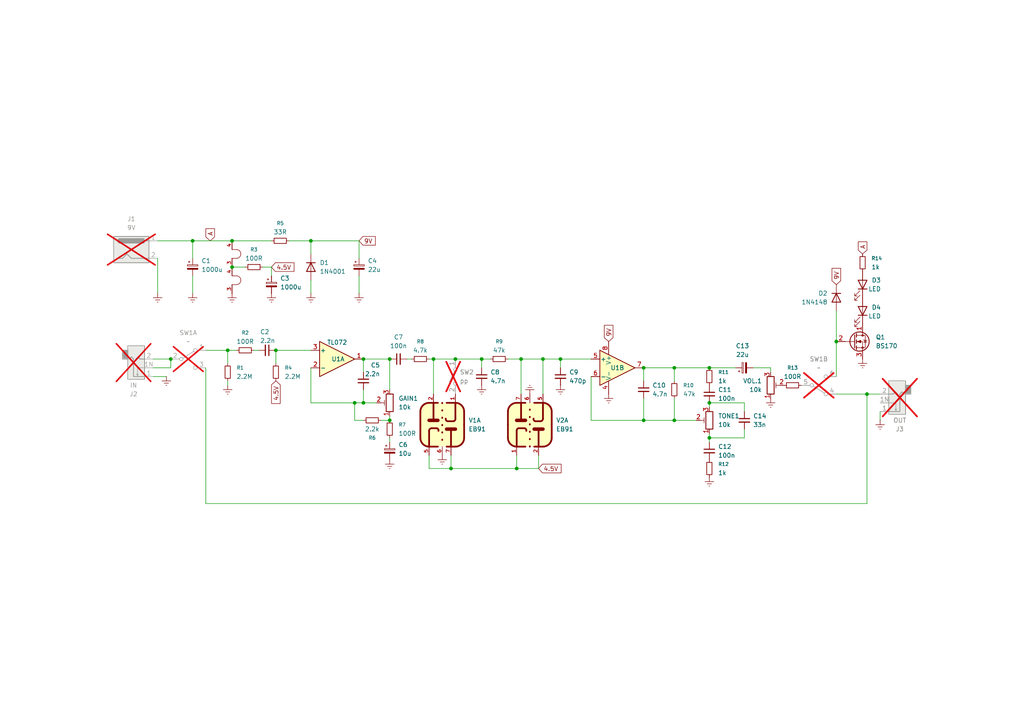
<source format=kicad_sch>
(kicad_sch (version 20250114) (generator "eeschema") (generator_version "9.0")
  (paper "A4")
  (lib_symbols
    (symbol "Amplifier_Operational:TL072" (pin_names (offset 0.127))
      (property "Reference" "U" (at 0 5.08 0))
      (property "Value" "TL072" (at 0 -5.08 0))
      (symbol "TL072_1_1"
        (polyline (pts (xy -5.08 5.08) (xy 5.08 0) (xy -5.08 -5.08) (xy -5.08 5.08)) (stroke (width 0.254)) (fill (type background)))
        (pin input line (at -7.62 2.54 0) (length 2.54) (name "+") (number "3"))
        (pin input line (at -7.62 -2.54 0) (length 2.54) (name "-") (number "2"))
        (pin output line (at 7.62 0 180) (length 2.54) (name "~") (number "1"))
      )
      (symbol "TL072_2_1"
        (polyline (pts (xy -5.08 5.08) (xy 5.08 0) (xy -5.08 -5.08) (xy -5.08 5.08)) (stroke (width 0.254)) (fill (type background)))
        (pin input line (at -7.62 2.54 0) (length 2.54) (name "+") (number "5"))
        (pin input line (at -7.62 -2.54 0) (length 2.54) (name "-") (number "6"))
        (pin output line (at 7.62 0 180) (length 2.54) (name "~") (number "7"))
      )
      (symbol "TL072_3_1"
        (pin power_in line (at -2.54 7.62 270) (length 3.81) (name "V+") (number "8"))
        (pin power_in line (at -2.54 -7.62 90) (length 3.81) (name "V-") (number "4"))
      )
    )
    (symbol "Connector:Jack-DC" (pin_names (offset 1.016))
      (property "Reference" "J" (at 0 5.334 0))
      (property "Value" "Jack-DC" (at 0 -5.08 0))
      (symbol "Jack-DC_0_1"
        (rectangle (start -5.08 3.81) (end 5.08 -3.81) (stroke (width 0.254)) (fill (type background)))
        (polyline (pts (xy -3.81 -2.54) (xy -2.54 -2.54) (xy -1.27 -1.27) (xy 0 -2.54) (xy 2.54 -2.54) (xy 5.08 -2.54)) (stroke (width 0.254)))
        (arc (start -3.302 1.905) (mid -3.9343 2.54) (end -3.302 3.175) (stroke (width 0.254)))
        (arc (start -3.302 1.905) (mid -3.9343 2.54) (end -3.302 3.175) (stroke (width 0.254)) (fill (type outline)))
        (rectangle (start 3.683 3.175) (end -3.302 1.905) (stroke (width 0.254)) (fill (type outline)))
        (polyline (pts (xy 5.08 2.54) (xy 3.81 2.54)) (stroke (width 0.254)))
      )
      (symbol "Jack-DC_1_1"
        (pin passive line (at 7.62 2.54 180) (length 2.54) (name "~") (number "1"))
        (pin passive line (at 7.62 -2.54 180) (length 2.54) (name "~") (number "2"))
      )
    )
    (symbol "Device:C_Polarized_Small" (pin_numbers (hide yes)) (pin_names (offset 0.254) (hide yes))
      (property "Reference" "C" (at 0.254 1.778 0))
      (property "Value" "C_Polarized_Small" (at 0.254 -2.032 0))
      (symbol "C_Polarized_Small_0_1"
        (rectangle (start -1.524 0.6858) (end 1.524 0.3048))
        (rectangle (start -1.524 -0.3048) (end 1.524 -0.6858) (fill (type outline)))
        (polyline (pts (xy -1.27 1.524) (xy -0.762 1.524)))
        (polyline (pts (xy -1.016 1.27) (xy -1.016 1.778)))
      )
      (symbol "C_Polarized_Small_1_1"
        (pin passive line (at 0 2.54 270) (length 1.8542) (name "~") (number "1"))
        (pin passive line (at 0 -2.54 90) (length 1.8542) (name "~") (number "2"))
      )
    )
    (symbol "Device:C_Small" (pin_numbers (hide yes)) (pin_names (offset 0.254) (hide yes))
      (property "Reference" "C" (at 0.254 1.778 0))
      (property "Value" "C_Small" (at 0.254 -2.032 0))
      (symbol "C_Small_0_1"
        (polyline (pts (xy -1.524 0.508) (xy 1.524 0.508)) (stroke (width 0.3048)))
        (polyline (pts (xy -1.524 -0.508) (xy 1.524 -0.508)) (stroke (width 0.3302)))
      )
      (symbol "C_Small_1_1"
        (pin passive line (at 0 2.54 270) (length 2.032) (name "~") (number "1"))
        (pin passive line (at 0 -2.54 90) (length 2.032) (name "~") (number "2"))
      )
    )
    (symbol "Device:LED" (pin_numbers (hide yes)) (pin_names (offset 1.016) (hide yes))
      (property "Reference" "D" (at 0 2.54 0))
      (property "Value" "LED" (at 0 -2.54 0))
      (symbol "LED_0_1"
        (polyline (pts (xy -3.048 -0.762) (xy -4.572 -2.286) (xy -3.81 -2.286) (xy -4.572 -2.286) (xy -4.572 -1.524)))
        (polyline (pts (xy -1.778 -0.762) (xy -3.302 -2.286) (xy -2.54 -2.286) (xy -3.302 -2.286) (xy -3.302 -1.524)))
        (polyline (pts (xy -1.27 0) (xy 1.27 0)))
        (polyline (pts (xy -1.27 -1.27) (xy -1.27 1.27)) (stroke (width 0.254)))
        (polyline (pts (xy 1.27 -1.27) (xy 1.27 1.27) (xy -1.27 0) (xy 1.27 -1.27)) (stroke (width 0.254)))
      )
      (symbol "LED_1_1"
        (pin passive line (at -3.81 0 0) (length 2.54) (name "K") (number "1"))
        (pin passive line (at 3.81 0 180) (length 2.54) (name "A") (number "2"))
      )
    )
    (symbol "Device:R_Potentiometer_Trim" (pin_names (offset 1.016) (hide yes))
      (property "Reference" "RV" (at -4.445 0 90))
      (property "Value" "R_Potentiometer_Trim" (at -2.54 0 90))
      (symbol "R_Potentiometer_Trim_0_1"
        (rectangle (start 1.016 2.54) (end -1.016 -2.54) (stroke (width 0.254)))
        (polyline (pts (xy 1.524 0.762) (xy 1.524 -0.762)))
        (polyline (pts (xy 2.54 0) (xy 1.524 0)))
      )
      (symbol "R_Potentiometer_Trim_1_1"
        (pin passive line (at 0 3.81 270) (length 1.27) (name "1") (number "1"))
        (pin passive line (at 0 -3.81 90) (length 1.27) (name "3") (number "3"))
        (pin passive line (at 3.81 0 180) (length 1.27) (name "2") (number "2"))
      )
    )
    (symbol "Device:R_Small" (pin_numbers (hide yes)) (pin_names (offset 0.254) (hide yes))
      (property "Reference" "R" (at 0 0 90))
      (property "Value" "R_Small" (at 1.778 0 90))
      (symbol "R_Small_0_1"
        (rectangle (start -0.762 1.778) (end 0.762 -1.778) (stroke (width 0.2032)))
      )
      (symbol "R_Small_1_1"
        (pin passive line (at 0 2.54 270) (length 0.762) (name "~") (number "1"))
        (pin passive line (at 0 -2.54 90) (length 0.762) (name "~") (number "2"))
      )
    )
    (symbol "Diode:1N4001" (pin_numbers (hide yes)) (pin_names (hide yes))
      (property "Reference" "D" (at 0 2.54 0))
      (property "Value" "1N4001" (at 0 -2.54 0))
      (symbol "1N4001_0_1"
        (polyline (pts (xy -1.27 1.27) (xy -1.27 -1.27)) (stroke (width 0.254)))
        (polyline (pts (xy 1.27 1.27) (xy 1.27 -1.27) (xy -1.27 0) (xy 1.27 1.27)) (stroke (width 0.254)))
        (polyline (pts (xy 1.27 0) (xy -1.27 0)))
      )
      (symbol "1N4001_1_1"
        (pin passive line (at -3.81 0 0) (length 2.54) (name "K") (number "1"))
        (pin passive line (at 3.81 0 180) (length 2.54) (name "A") (number "2"))
      )
    )
    (symbol "Diode:1N4148" (pin_numbers (hide yes)) (pin_names (hide yes))
      (property "Reference" "D" (at 0 2.54 0))
      (property "Value" "1N4148" (at 0 -2.54 0))
      (symbol "1N4148_0_1"
        (polyline (pts (xy -1.27 1.27) (xy -1.27 -1.27)) (stroke (width 0.254)))
        (polyline (pts (xy 1.27 1.27) (xy 1.27 -1.27) (xy -1.27 0) (xy 1.27 1.27)) (stroke (width 0.254)))
        (polyline (pts (xy 1.27 0) (xy -1.27 0)))
      )
      (symbol "1N4148_1_1"
        (pin passive line (at -3.81 0 0) (length 2.54) (name "K") (number "1"))
        (pin passive line (at 3.81 0 180) (length 2.54) (name "A") (number "2"))
      )
    )
    (symbol "RCA_Valve:EB91"
      (property "Reference" "V" (at -5.842 7.112 0))
      (symbol "EB91_1_1"
        (polyline (pts (xy -6.35 4.064) (xy -5.334 5.842) (xy -4.064 6.35) (xy 4.318 6.35) (xy 5.334 5.842) (xy 6.096 5.08) (xy 6.35 4.318) (xy 6.35 -4.318) (xy 5.842 -5.334) (xy 5.334 -5.842) (xy 4.064 -6.35) (xy -4.318 -6.35) (xy -5.334 -5.842) (xy -6.096 -5.08) (xy -6.35 -4.064) (xy -6.35 4.064)) (stroke (width -0.0001)) (fill (type background)))
        (polyline (pts (xy -6.35 3.81) (xy -6.35 0)) (stroke (width 0.508)))
        (polyline (pts (xy -6.35 -3.81) (xy -6.35 0)) (stroke (width 0.508)))
        (arc (start -6.35 3.81) (mid -5.6061 5.6061) (end -3.81 6.35) (stroke (width 0.508)))
        (arc (start -3.81 -6.35) (mid -5.6061 -5.6061) (end -6.35 -3.81) (stroke (width 0.508)))
        (polyline (pts (xy -3.81 6.35) (xy -1.27 6.35)) (stroke (width 0.508)))
        (polyline (pts (xy -3.81 1.27) (xy -1.27 1.27)) (stroke (width 1.016)))
        (polyline (pts (xy -3.81 -1.778) (xy -3.81 -6.35) (xy -3.81 -6.096)) (stroke (width 0.508)))
        (polyline (pts (xy -3.81 -6.35) (xy -1.27 -6.35)) (stroke (width 0.508)))
        (arc (start -3.81 -1.778) (mid -3.5879 -1.23) (end -3.0367 -1.0159) (stroke (width 0.508)))
        (polyline (pts (xy -3.048 -1.016) (xy -1.5761 -1.0149)) (stroke (width 0.508)))
        (polyline (pts (xy -2.54 6.35) (xy -2.54 1.27)) (stroke (width 0.508)))
        (arc (start -1.5989 -1.0184) (mid -1.1826 -1.2912) (end -1.0909 -1.7804) (stroke (width 0.508)))
        (polyline (pts (xy 0 6.35) (xy 0 -6.35)) (stroke (width 0.508) (type dot)))
        (polyline (pts (xy 1.27 6.35) (xy 3.81 6.35)) (stroke (width 0.508)))
        (polyline (pts (xy 1.27 -1.27) (xy 3.81 -1.27)) (stroke (width 1.016)))
        (polyline (pts (xy 1.27 -6.35) (xy 3.81 -6.35)) (stroke (width 0.508)))
        (polyline (pts (xy 1.524 1.016) (xy 3.302 1.016)) (stroke (width 0.508)))
        (arc (start 1.524 1.016) (mid 1.1077 1.2888) (end 1.016 1.778) (stroke (width 0.508)))
        (polyline (pts (xy 2.54 -1.524) (xy 2.54 -6.096)) (stroke (width 0.508)))
        (arc (start 3.81 1.7171) (mid 3.6859 1.282) (end 3.3174 1.0194) (stroke (width 0.508)))
        (arc (start 3.81 6.35) (mid 5.6061 5.6061) (end 6.35 3.81) (stroke (width 0.508)))
        (polyline (pts (xy 3.81 1.778) (xy 3.8102 6.3046)) (stroke (width 0.508)))
        (arc (start 6.35 -3.81) (mid 5.6061 -5.6061) (end 3.81 -6.35) (stroke (width 0.508)))
        (polyline (pts (xy 6.35 3.81) (xy 6.35 0)) (stroke (width 0.508)))
        (polyline (pts (xy 6.35 -3.81) (xy 6.35 0)) (stroke (width 0.508)))
        (pin input line (at -3.81 -8.89 90) (length 2.54) (name "5") (number "5"))
        (pin input line (at -2.54 8.89 270) (length 2.54) (name "2") (number "2"))
        (pin input line (at 0 -8.89 90) (length 2.54) (name "6") (number "6"))
        (pin input line (at 2.54 -8.89 90) (length 2.54) (name "7") (number "7"))
        (pin input line (at 3.81 8.89 270) (length 2.54) (name "1") (number "1"))
      )
      (symbol "EB91_2_1"
        (polyline (pts (xy 1.27 1.27) (xy 0 1.27)))
        (arc (start 1.27 1.27) (mid 2.168 0.898) (end 2.54 0))
        (arc (start 2.54 0) (mid 2.168 -0.898) (end 1.27 -1.27))
        (polyline (pts (xy 1.27 -1.27) (xy 0 -1.27)))
        (pin input line (at 0 3.81 270) (length 2.54) (name "4") (number "4"))
        (pin input line (at 0 -3.81 90) (length 2.54) (name "3") (number "3"))
      )
    )
    (symbol "SamacSys_Parts:AudioJack2_Switch"
      (property "Reference" "J" (at -0.635 8.89 0))
      (property "Value" "~" (at -1.016 7.112 0))
      (symbol "AudioJack2_Switch_0_1"
        (rectangle (start -3.81 -1.27) (end -2.54 -3.81) (stroke (width 0.254)) (fill (type outline)))
        (rectangle (start -2.286 4.572) (end 2.54 -5.08) (stroke (width 0.254)) (fill (type background)))
        (polyline (pts (xy -1.905 -1.27) (xy -1.27 -1.905) (xy -0.635 -1.27) (xy -0.635 3.81) (xy 2.54 3.81)) (stroke (width 0.254)))
        (polyline (pts (xy 0 -1.27) (xy 0.635 -1.905) (xy 1.27 -1.27) (xy 2.54 -1.27)) (stroke (width 0.254)))
        (polyline (pts (xy 0.508 3.556) (xy 0.762 3.048)))
        (polyline (pts (xy 2.54 1.27) (xy 0.508 1.27) (xy 0.508 3.556) (xy 0.254 3.048)))
      )
      (symbol "AudioJack2_Switch_1_1"
        (pin passive line (at 5.08 3.81 180) (length 2.54) (name "~") (number "1"))
        (pin passive line (at 5.08 1.27 180) (length 2.54) (name "~") (number "1N"))
        (pin passive line (at 5.08 -1.27 180) (length 2.54) (name "~") (number "2"))
      )
    )
    (symbol "SamacSys_Parts:DPDT"
      (property "Reference" "SW" (at 0 5.842 0))
      (symbol "DPDT_0_0"
        (circle (center -3.302 0) (radius 0.508))
        (circle (center 0.762 -2.54) (radius 0.508))
      )
      (symbol "DPDT_0_1"
        (polyline (pts (xy -2.794 0.254) (xy 0.381 2.286)))
        (circle (center 0.762 2.54) (radius 0.508))
      )
      (symbol "DPDT_1_1"
        (pin passive line (at -6.35 0 0) (length 2.54) (name "2") (number "2"))
        (pin passive line (at 3.81 2.54 180) (length 2.54) (name "1") (number "1"))
        (pin passive line (at 3.81 -2.54 180) (length 2.54) (name "3") (number "3"))
      )
      (symbol "DPDT_2_1"
        (pin passive line (at -6.35 0 0) (length 2.54) (name "5") (number "5"))
        (pin passive line (at 3.81 2.54 180) (length 2.54) (name "4") (number "4"))
        (pin passive line (at 3.81 -2.54 180) (length 2.54) (name "6") (number "6"))
      )
    )
    (symbol "Switch:SW_SPST" (pin_names (offset 0) (hide yes))
      (property "Reference" "SW" (at 0 3.175 0))
      (property "Value" "SW_SPST" (at 0 -2.54 0))
      (symbol "SW_SPST_0_0"
        (circle (center -2.032 0) (radius 0.508))
        (polyline (pts (xy -1.524 0.254) (xy 1.524 1.778)))
        (circle (center 2.032 0) (radius 0.508))
      )
      (symbol "SW_SPST_1_1"
        (pin passive line (at -5.08 0 0) (length 2.54) (name "A") (number "1"))
        (pin passive line (at 5.08 0 180) (length 2.54) (name "B") (number "2"))
      )
    )
    (symbol "Transistor_FET:BS170" (pin_names (hide yes))
      (property "Reference" "Q" (at 5.08 1.905 0))
      (property "Value" "BS170" (at 5.08 0 0))
      (symbol "BS170_0_1"
        (polyline (pts (xy 0.254 1.905) (xy 0.254 -1.905)) (stroke (width 0.254)))
        (polyline (pts (xy 0.254 0) (xy -2.54 0)))
        (polyline (pts (xy 0.762 2.286) (xy 0.762 1.27)) (stroke (width 0.254)))
        (polyline (pts (xy 0.762 0.508) (xy 0.762 -0.508)) (stroke (width 0.254)))
        (polyline (pts (xy 0.762 -1.27) (xy 0.762 -2.286)) (stroke (width 0.254)))
        (polyline (pts (xy 0.762 -1.778) (xy 3.302 -1.778) (xy 3.302 1.778) (xy 0.762 1.778)))
        (polyline (pts (xy 1.016 0) (xy 2.032 0.381) (xy 2.032 -0.381) (xy 1.016 0)) (fill (type outline)))
        (circle (center 1.651 0) (radius 2.794) (stroke (width 0.254)))
        (polyline (pts (xy 2.54 2.54) (xy 2.54 1.778)))
        (circle (center 2.54 1.778) (radius 0.254) (fill (type outline)))
        (circle (center 2.54 -1.778) (radius 0.254) (fill (type outline)))
        (polyline (pts (xy 2.54 -2.54) (xy 2.54 0) (xy 0.762 0)))
        (polyline (pts (xy 2.794 0.508) (xy 2.921 0.381) (xy 3.683 0.381) (xy 3.81 0.254)))
        (polyline (pts (xy 3.302 0.381) (xy 2.921 -0.254) (xy 3.683 -0.254) (xy 3.302 0.381)))
      )
      (symbol "BS170_1_1"
        (pin input line (at -5.08 0 0) (length 2.54) (name "G") (number "2"))
        (pin passive line (at 2.54 5.08 270) (length 2.54) (name "D") (number "1"))
        (pin passive line (at 2.54 -5.08 90) (length 2.54) (name "S") (number "3"))
      )
    )
    (symbol "power:Earth" (power) (pin_numbers (hide yes)) (pin_names (offset 0) (hide yes))
      (property "Value" "Earth" (at 0 -3.81 0))
      (symbol "Earth_0_1"
        (polyline (pts (xy -0.635 -1.905) (xy 0.635 -1.905)))
        (polyline (pts (xy -0.127 -2.54) (xy 0.127 -2.54)))
        (polyline (pts (xy 0 -1.27) (xy 0 0)))
        (polyline (pts (xy 1.27 -1.27) (xy -1.27 -1.27)))
      )
      (symbol "Earth_1_1"
        (pin power_in line (at 0 0 270) (length 0) (name "~") (number "1"))
      )
    )
  )
  (junction (at 151.13 104.14))
  (junction (at 66.04 101.6))
  (junction (at 67.31 69.85))
  (junction (at 102.87 116.84))
  (junction (at 105.41 104.14))
  (junction (at 49.53 104.14))
  (junction (at 130.81 135.89))
  (junction (at 162.56 104.14))
  (junction (at 80.01 101.6))
  (junction (at 186.69 121.92))
  (junction (at 251.46 114.3))
  (junction (at 186.69 106.68))
  (junction (at 113.03 104.14))
  (junction (at 242.57 99.06))
  (junction (at 205.74 106.68))
  (junction (at 139.7 104.14))
  (junction (at 105.41 116.84))
  (junction (at 157.48 104.14))
  (junction (at 90.17 69.85))
  (junction (at 67.31 77.47))
  (junction (at 125.73 104.14))
  (junction (at 205.74 116.84))
  (junction (at 195.58 106.68))
  (junction (at 113.03 121.92))
  (junction (at 132.08 104.14))
  (junction (at 149.86 135.89))
  (junction (at 195.58 121.92))
  (junction (at 55.88 69.85))
  (junction (at 205.74 127))
  (wire (pts (xy 66.04 111.76) (xy 66.04 110.49)))
  (wire (pts (xy 78.74 80.01) (xy 78.74 77.47)))
  (wire (pts (xy 48.26 109.22) (xy 44.45 109.22)))
  (wire (pts (xy 205.74 116.84) (xy 205.74 118.11)))
  (wire (pts (xy 78.74 69.85) (xy 67.31 69.85)))
  (wire (pts (xy 113.03 121.92) (xy 113.03 120.65)))
  (wire (pts (xy 90.17 69.85) (xy 104.14 69.85)))
  (wire (pts (xy 251.46 146.05) (xy 251.46 114.3)))
  (wire (pts (xy 255.27 121.92) (xy 255.27 119.38)))
  (wire (pts (xy 186.69 106.68) (xy 195.58 106.68)))
  (wire (pts (xy 105.41 104.14) (xy 113.03 104.14)))
  (wire (pts (xy 113.03 104.14) (xy 113.03 113.03)))
  (wire (pts (xy 109.22 116.84) (xy 105.41 116.84)))
  (wire (pts (xy 125.73 104.14) (xy 124.46 104.14)))
  (wire (pts (xy 55.88 74.93) (xy 55.88 69.85)))
  (wire (pts (xy 151.13 104.14) (xy 151.13 114.3)))
  (wire (pts (xy 66.04 101.6) (xy 59.69 101.6)))
  (wire (pts (xy 55.88 69.85) (xy 45.72 69.85)))
  (wire (pts (xy 102.87 116.84) (xy 102.87 121.92)))
  (wire (pts (xy 195.58 106.68) (xy 195.58 110.49)))
  (wire (pts (xy 105.41 116.84) (xy 105.41 113.03)))
  (wire (pts (xy 113.03 128.27) (xy 113.03 127)))
  (wire (pts (xy 223.52 106.68) (xy 218.44 106.68)))
  (wire (pts (xy 80.01 101.6) (xy 90.17 101.6)))
  (wire (pts (xy 171.45 121.92) (xy 186.69 121.92)))
  (wire (pts (xy 255.27 114.3) (xy 251.46 114.3)))
  (wire (pts (xy 125.73 104.14) (xy 132.08 104.14)))
  (wire (pts (xy 80.01 105.41) (xy 80.01 101.6)))
  (wire (pts (xy 162.56 104.14) (xy 171.45 104.14)))
  (wire (pts (xy 242.57 99.06) (xy 242.57 109.22)))
  (wire (pts (xy 49.53 106.68) (xy 49.53 104.14)))
  (wire (pts (xy 195.58 121.92) (xy 201.93 121.92)))
  (wire (pts (xy 149.86 132.08) (xy 149.86 135.89)))
  (wire (pts (xy 156.21 135.89) (xy 156.21 132.08)))
  (wire (pts (xy 186.69 110.49) (xy 186.69 106.68)))
  (wire (pts (xy 74.93 101.6) (xy 73.66 101.6)))
  (wire (pts (xy 205.74 127) (xy 215.9 127)))
  (wire (pts (xy 162.56 106.68) (xy 162.56 104.14)))
  (wire (pts (xy 104.14 85.09) (xy 104.14 80.01)))
  (wire (pts (xy 149.86 135.89) (xy 156.21 135.89)))
  (wire (pts (xy 44.45 106.68) (xy 49.53 106.68)))
  (wire (pts (xy 104.14 74.93) (xy 104.14 69.85)))
  (wire (pts (xy 78.74 77.47) (xy 76.2 77.47)))
  (wire (pts (xy 186.69 121.92) (xy 195.58 121.92)))
  (wire (pts (xy 251.46 114.3) (xy 242.57 114.3)))
  (wire (pts (xy 171.45 109.22) (xy 171.45 121.92)))
  (wire (pts (xy 66.04 105.41) (xy 66.04 101.6)))
  (wire (pts (xy 105.41 107.95) (xy 105.41 104.14)))
  (wire (pts (xy 130.81 135.89) (xy 149.86 135.89)))
  (wire (pts (xy 124.46 135.89) (xy 130.81 135.89)))
  (wire (pts (xy 205.74 127) (xy 205.74 125.73)))
  (wire (pts (xy 147.32 104.14) (xy 151.13 104.14)))
  (wire (pts (xy 124.46 132.08) (xy 124.46 135.89)))
  (wire (pts (xy 205.74 106.68) (xy 213.36 106.68)))
  (wire (pts (xy 102.87 116.84) (xy 105.41 116.84)))
  (wire (pts (xy 162.56 104.14) (xy 157.48 104.14)))
  (wire (pts (xy 151.13 104.14) (xy 157.48 104.14)))
  (wire (pts (xy 215.9 116.84) (xy 205.74 116.84)))
  (wire (pts (xy 68.58 101.6) (xy 66.04 101.6)))
  (wire (pts (xy 44.45 104.14) (xy 49.53 104.14)))
  (wire (pts (xy 59.69 106.68) (xy 59.69 146.05)))
  (wire (pts (xy 125.73 104.14) (xy 125.73 114.3)))
  (wire (pts (xy 205.74 128.27) (xy 205.74 127)))
  (wire (pts (xy 242.57 90.17) (xy 242.57 99.06)))
  (wire (pts (xy 195.58 115.57) (xy 195.58 121.92)))
  (wire (pts (xy 139.7 104.14) (xy 142.24 104.14)))
  (wire (pts (xy 90.17 106.68) (xy 90.17 116.84)))
  (wire (pts (xy 157.48 104.14) (xy 157.48 114.3)))
  (wire (pts (xy 119.38 104.14) (xy 118.11 104.14)))
  (wire (pts (xy 90.17 85.09) (xy 90.17 81.28)))
  (wire (pts (xy 90.17 73.66) (xy 90.17 69.85)))
  (wire (pts (xy 110.49 121.92) (xy 113.03 121.92)))
  (wire (pts (xy 90.17 69.85) (xy 83.82 69.85)))
  (wire (pts (xy 55.88 69.85) (xy 67.31 69.85)))
  (wire (pts (xy 71.12 77.47) (xy 67.31 77.47)))
  (wire (pts (xy 139.7 104.14) (xy 139.7 106.68)))
  (wire (pts (xy 215.9 127) (xy 215.9 124.46)))
  (wire (pts (xy 59.69 146.05) (xy 251.46 146.05)))
  (wire (pts (xy 130.81 132.08) (xy 130.81 135.89)))
  (wire (pts (xy 215.9 119.38) (xy 215.9 116.84)))
  (wire (pts (xy 195.58 106.68) (xy 205.74 106.68)))
  (wire (pts (xy 186.69 115.57) (xy 186.69 121.92)))
  (wire (pts (xy 223.52 107.95) (xy 223.52 106.68)))
  (wire (pts (xy 55.88 85.09) (xy 55.88 80.01)))
  (wire (pts (xy 132.08 104.14) (xy 139.7 104.14)))
  (wire (pts (xy 102.87 121.92) (xy 105.41 121.92)))
  (wire (pts (xy 45.72 85.09) (xy 45.72 74.93)))
  (wire (pts (xy 90.17 116.84) (xy 102.87 116.84)))
  (global_label "4.5V" (shape input) (at 78.74 77.47 0) (property "Intersheetrefs" "${INTERSHEET_REFS}" (effects (hide yes))))
  (global_label "4.5V" (shape input) (at 80.01 110.49 270) (property "Intersheetrefs" "${INTERSHEET_REFS}" (effects (hide yes))))
  (global_label "A" (shape input) (at 60.96 69.85 90) (property "Intersheetrefs" "${INTERSHEET_REFS}" (effects (hide yes))))
  (global_label "A" (shape input) (at 250.19 73.66 90) (property "Intersheetrefs" "${INTERSHEET_REFS}" (effects (hide yes))))
  (global_label "9V" (shape input) (at 242.57 82.55 90) (property "Intersheetrefs" "${INTERSHEET_REFS}" (effects (hide yes))))
  (global_label "4.5V" (shape input) (at 156.21 135.89 0) (property "Intersheetrefs" "${INTERSHEET_REFS}" (effects (hide yes))))
  (global_label "9V" (shape input) (at 104.14 69.85 0) (property "Intersheetrefs" "${INTERSHEET_REFS}" (effects (hide yes))))
  (global_label "9V" (shape input) (at 176.53 99.06 90) (property "Intersheetrefs" "${INTERSHEET_REFS}" (effects (hide yes))))
  (symbol (lib_id "SamacSys_Parts:AudioJack2_Switch") (at 39.37 105.41 0) (mirror x) (unit 1) (dnp yes)
    (property "Reference" "J2" (at 38.735 114.3 0))
    (property "Value" "IN" (at 38.735 111.76 0))
    (property "Footprint" "Connector_PinSocket_2.54mm:PinSocket_1x02_P2.54mm_Vertical" (effects (hide yes)))
    (property "Description" "Audio Jack, 2 Poles (Mono/TS), Switched Poles (Normalling)" (effects (hide yes)))
  )
  (symbol (lib_id "power:Earth") (at 104.14 85.09 0) (unit 1)
    (property "Reference" "#PWR08" (effects (hide yes)))
    (property "Value" "Earth" (effects (hide yes)))
    (property "Description" "Power symbol creates a global label with name \"Earth\"" (effects (hide yes)))
  )
  (symbol (lib_id "Device:R_Small") (at 81.28 69.85 90) (unit 1)
    (property "Reference" "R5" (at 81.28 64.77 90) (effects (font (size 1.016 1.016))))
    (property "Value" "33R" (at 81.28 67.31 90))
    (property "Footprint" "Resistor_THT:R_Axial_DIN0207_L6.3mm_D2.5mm_P2.54mm_Vertical" (effects (hide yes)))
    (property "Description" "Resistor, small symbol" (effects (hide yes)))
  )
  (symbol (lib_id "power:Earth") (at 139.7 111.76 0) (unit 1)
    (property "Reference" "#PWR011" (effects (hide yes)))
    (property "Value" "Earth" (effects (hide yes)))
    (property "Description" "Power symbol creates a global label with name \"Earth\"" (effects (hide yes)))
  )
  (symbol (lib_id "power:Earth") (at 176.53 114.3 0) (unit 1)
    (property "Reference" "#PWR014" (effects (hide yes)))
    (property "Value" "Earth" (effects (hide yes)))
    (property "Description" "Power symbol creates a global label with name \"Earth\"" (effects (hide yes)))
  )
  (symbol (lib_id "RCA_Valve:EB91") (at 153.67 123.19 180) (unit 1)
    (property "Reference" "V2" (at 161.29 121.9199 0) (effects (justify right)))
    (property "Value" "EB91" (at 161.29 124.4599 0) (effects (justify right)))
    (property "Footprint" "Valves_complete:B7G (7 Pin Mini)-B9A-shield-mount" (effects (hide yes)))
  )
  (symbol (lib_id "Device:R_Small") (at 107.95 121.92 270) (unit 1)
    (property "Reference" "R6" (at 107.95 127 90) (effects (font (size 1.016 1.016))))
    (property "Value" "2.2k" (at 107.95 124.46 90))
    (property "Footprint" "Resistor_THT:R_Axial_DIN0207_L6.3mm_D2.5mm_P2.54mm_Vertical" (effects (hide yes)))
    (property "Description" "Resistor, small symbol" (effects (hide yes)))
  )
  (symbol (lib_id "power:Earth") (at 45.72 85.09 0) (unit 1)
    (property "Reference" "#PWR01" (effects (hide yes)))
    (property "Value" "Earth" (effects (hide yes)))
    (property "Description" "Power symbol creates a global label with name \"Earth\"" (effects (hide yes)))
  )
  (symbol (lib_id "Diode:1N4001") (at 90.17 77.47 270) (unit 1)
    (property "Reference" "D1" (at 92.71 76.1999 90) (effects (justify left)))
    (property "Value" "1N4001" (at 92.71 78.7399 90) (effects (justify left)))
    (property "Footprint" "Diode_THT:D_DO-41_SOD81_P2.54mm_Vertical_AnodeUp" (effects (hide yes)))
    (property "Datasheet" "http://www.vishay.com/docs/88503/1n4001.pdf" (effects (hide yes)))
    (property "Description" "50V 1A General Purpose Rectifier Diode, DO-41" (effects (hide yes)))
    (property "Sim.Device" "D" (effects (hide yes)))
    (property "Sim.Pins" "1=K 2=A" (effects (hide yes)))
  )
  (symbol (lib_id "Device:C_Small") (at 77.47 101.6 270) (mirror x) (unit 1)
    (property "Reference" "C2" (at 75.438 96.266 90) (effects (justify left)))
    (property "Value" "2.2n" (at 75.438 98.806 90) (effects (justify left)))
    (property "Footprint" "Capacitor_THT:C_Rect_L7.2mm_W2.5mm_P5.00mm_FKS2_FKP2_MKS2_MKP2" (effects (hide yes)))
    (property "Description" "Unpolarized capacitor, small symbol" (effects (hide yes)))
  )
  (symbol (lib_id "power:Earth") (at 67.31 85.09 0) (unit 1)
    (property "Reference" "#PWR05" (effects (hide yes)))
    (property "Value" "Earth" (effects (hide yes)))
    (property "Description" "Power symbol creates a global label with name \"Earth\"" (effects (hide yes)))
  )
  (symbol (lib_id "Amplifier_Operational:TL072") (at 179.07 106.68 0) (unit 2)
    (property "Reference" "U1" (at 179.07 106.68 0))
    (property "Value" "TL072" (effects (hide yes)))
    (property "Footprint" "Package_DIP:DIP-8_W7.62mm_LongPads" (effects (hide yes)))
    (property "Datasheet" "http://www.ti.com/lit/ds/symlink/tl071.pdf" (effects (hide yes)))
    (property "Description" "Dual Low-Noise JFET-Input Operational Amplifiers, DIP-8/SOIC-8" (effects (hide yes)))
  )
  (symbol (lib_id "Amplifier_Operational:TL072") (at 179.07 106.68 0) (unit 3)
    (property "Reference" "U1" (effects (hide yes)))
    (property "Value" "TL072" (effects (hide yes)))
    (property "Footprint" "Package_DIP:DIP-8_W7.62mm_LongPads" (effects (hide yes)))
    (property "Datasheet" "http://www.ti.com/lit/ds/symlink/tl071.pdf" (effects (hide yes)))
    (property "Description" "Dual Low-Noise JFET-Input Operational Amplifiers, DIP-8/SOIC-8" (effects (hide yes)))
  )
  (symbol (lib_id "Device:C_Small") (at 115.57 104.14 90) (unit 1)
    (property "Reference" "C7" (at 115.5763 97.79 90))
    (property "Value" "100n" (at 115.5763 100.33 90))
    (property "Footprint" "Capacitor_THT:C_Rect_L7.2mm_W2.5mm_P5.00mm_FKS2_FKP2_MKS2_MKP2" (effects (hide yes)))
    (property "Description" "Unpolarized capacitor, small symbol" (effects (hide yes)))
  )
  (symbol (lib_id "power:Earth") (at 55.88 85.09 0) (unit 1)
    (property "Reference" "#PWR03" (effects (hide yes)))
    (property "Value" "Earth" (effects (hide yes)))
    (property "Description" "Power symbol creates a global label with name \"Earth\"" (effects (hide yes)))
  )
  (symbol (lib_id "Device:R_Small") (at 250.19 76.2 180) (unit 1)
    (property "Reference" "R14" (at 252.73 74.9299 0) (effects (font (size 1.016 1.016)) (justify right)))
    (property "Value" "1k" (at 252.73 77.4699 0) (effects (justify right)))
    (property "Footprint" "Resistor_THT:R_Axial_DIN0207_L6.3mm_D2.5mm_P2.54mm_Vertical" (effects (hide yes)))
    (property "Description" "Resistor, small symbol" (effects (hide yes)))
  )
  (symbol (lib_id "Connector:Jack-DC") (at 38.1 72.39 0) (unit 1) (dnp yes)
    (property "Reference" "J1" (at 38.1 63.5 0))
    (property "Value" "9V" (at 38.1 66.04 0))
    (property "Footprint" "Connector_PinSocket_2.54mm:PinSocket_1x02_P2.54mm_Vertical" (effects (hide yes)))
    (property "Description" "DC Barrel Jack" (effects (hide yes)))
  )
  (symbol (lib_id "power:Earth") (at 66.04 111.76 0) (unit 1)
    (property "Reference" "#PWR04" (effects (hide yes)))
    (property "Value" "Earth" (effects (hide yes)))
    (property "Description" "Power symbol creates a global label with name \"Earth\"" (effects (hide yes)))
  )
  (symbol (lib_id "power:Earth") (at 113.03 133.35 0) (unit 1)
    (property "Reference" "#PWR09" (effects (hide yes)))
    (property "Value" "Earth" (effects (hide yes)))
    (property "Description" "Power symbol creates a global label with name \"Earth\"" (effects (hide yes)))
  )
  (symbol (lib_id "power:Earth") (at 250.19 104.14 0) (unit 1)
    (property "Reference" "#PWR017" (effects (hide yes)))
    (property "Value" "Earth" (effects (hide yes)))
    (property "Description" "Power symbol creates a global label with name \"Earth\"" (effects (hide yes)))
  )
  (symbol (lib_id "Device:R_Small") (at 80.01 107.95 0) (unit 1)
    (property "Reference" "R4" (at 82.55 106.6799 0) (effects (font (size 1.016 1.016)) (justify left)))
    (property "Value" "2.2M" (at 82.55 109.2199 0) (effects (justify left)))
    (property "Footprint" "Resistor_THT:R_Axial_DIN0207_L6.3mm_D2.5mm_P2.54mm_Vertical" (effects (hide yes)))
    (property "Description" "Resistor, small symbol" (effects (hide yes)))
  )
  (symbol (lib_id "Device:C_Small") (at 105.41 110.49 0) (mirror y) (unit 1)
    (property "Reference" "C5" (at 110.236 105.918 0) (effects (justify left)))
    (property "Value" "2.2n" (at 110.236 108.458 0) (effects (justify left)))
    (property "Footprint" "Capacitor_THT:C_Rect_L7.2mm_W2.5mm_P5.00mm_FKS2_FKP2_MKS2_MKP2" (effects (hide yes)))
    (property "Description" "Unpolarized capacitor, small symbol" (effects (hide yes)))
  )
  (symbol (lib_id "SamacSys_Parts:DPDT") (at 55.88 104.14 0) (unit 1) (dnp yes)
    (property "Reference" "SW1" (at 54.61 96.52 0))
    (property "Value" "~" (at 54.61 99.06 0))
    (property "Footprint" "Connector_PinSocket_2.54mm:PinSocket_2x03_P2.54mm_Vertical" (effects (hide yes)))
  )
  (symbol (lib_id "Device:C_Small") (at 186.69 113.03 0) (unit 1)
    (property "Reference" "C10" (at 189.23 111.7662 0) (effects (justify left)))
    (property "Value" "4.7n" (at 189.23 114.3062 0) (effects (justify left)))
    (property "Footprint" "Capacitor_THT:C_Rect_L7.2mm_W2.5mm_P5.00mm_FKS2_FKP2_MKS2_MKP2" (effects (hide yes)))
    (property "Description" "Unpolarized capacitor, small symbol" (effects (hide yes)))
  )
  (symbol (lib_id "Device:C_Small") (at 205.74 130.81 0) (unit 1)
    (property "Reference" "C12" (at 208.28 129.5462 0) (effects (justify left)))
    (property "Value" "100n" (at 208.28 132.0862 0) (effects (justify left)))
    (property "Footprint" "Capacitor_THT:C_Rect_L7.2mm_W2.5mm_P5.00mm_FKS2_FKP2_MKS2_MKP2" (effects (hide yes)))
    (property "Description" "Unpolarized capacitor, small symbol" (effects (hide yes)))
  )
  (symbol (lib_id "Device:LED") (at 250.19 82.55 270) (mirror x) (unit 1)
    (property "Reference" "D3" (at 255.524 81.28 90) (effects (justify right)))
    (property "Value" "LED" (at 255.524 83.82 90) (effects (justify right)))
    (property "Footprint" "LED_THT:LED_D3.0mm" (effects (hide yes)))
    (property "Description" "Light emitting diode" (effects (hide yes)))
    (property "Sim.Pins" "1=K 2=A" (effects (hide yes)))
  )
  (symbol (lib_id "Device:C_Small") (at 205.74 114.3 0) (unit 1)
    (property "Reference" "C11" (at 208.28 113.0362 0) (effects (justify left)))
    (property "Value" "100n" (at 208.28 115.5762 0) (effects (justify left)))
    (property "Footprint" "Capacitor_THT:C_Rect_L7.2mm_W2.5mm_P5.00mm_FKS2_FKP2_MKS2_MKP2" (effects (hide yes)))
    (property "Description" "Unpolarized capacitor, small symbol" (effects (hide yes)))
  )
  (symbol (lib_id "Device:R_Potentiometer_Trim") (at 223.52 111.76 0) (mirror x) (unit 1)
    (property "Reference" "VOL.1" (at 220.98 110.4899 0) (effects (justify right)))
    (property "Value" "10k" (at 220.98 113.0299 0) (effects (justify right)))
    (property "Footprint" "SamacSys_Parts:potentiometer_vert_no_switch" (effects (hide yes)))
    (property "Description" "Trim-potentiometer" (effects (hide yes)))
  )
  (symbol (lib_id "Device:C_Polarized_Small") (at 104.14 77.47 0) (unit 1)
    (property "Reference" "C4" (at 106.68 75.6538 0) (effects (justify left)))
    (property "Value" "22u" (at 106.68 78.1938 0) (effects (justify left)))
    (property "Footprint" "Capacitor_THT:CP_Radial_D6.3mm_P2.50mm" (effects (hide yes)))
    (property "Description" "Polarized capacitor, small symbol" (effects (hide yes)))
  )
  (symbol (lib_id "Device:C_Polarized_Small") (at 78.74 82.55 0) (unit 1)
    (property "Reference" "C3" (at 81.28 80.7338 0) (effects (justify left)))
    (property "Value" "1000u" (at 81.28 83.2738 0) (effects (justify left)))
    (property "Footprint" "Capacitor_THT:CP_Radial_D10.0mm_P5.00mm" (effects (hide yes)))
    (property "Description" "Polarized capacitor, small symbol" (effects (hide yes)))
  )
  (symbol (lib_id "power:Earth") (at 205.74 138.43 0) (unit 1)
    (property "Reference" "#PWR015" (effects (hide yes)))
    (property "Value" "Earth" (effects (hide yes)))
    (property "Description" "Power symbol creates a global label with name \"Earth\"" (effects (hide yes)))
  )
  (symbol (lib_id "Device:R_Small") (at 66.04 107.95 0) (unit 1)
    (property "Reference" "R1" (at 68.58 106.6799 0) (effects (font (size 1.016 1.016)) (justify left)))
    (property "Value" "2.2M" (at 68.58 109.2199 0) (effects (justify left)))
    (property "Footprint" "Resistor_THT:R_Axial_DIN0207_L6.3mm_D2.5mm_P2.54mm_Vertical" (effects (hide yes)))
    (property "Description" "Resistor, small symbol" (effects (hide yes)))
  )
  (symbol (lib_id "Device:R_Small") (at 195.58 113.03 180) (unit 1)
    (property "Reference" "R10" (at 198.12 111.7599 0) (effects (font (size 1.016 1.016)) (justify right)))
    (property "Value" "47k" (at 198.12 114.2999 0) (effects (justify right)))
    (property "Footprint" "Resistor_THT:R_Axial_DIN0207_L6.3mm_D2.5mm_P2.54mm_Vertical" (effects (hide yes)))
    (property "Description" "Resistor, small symbol" (effects (hide yes)))
  )
  (symbol (lib_id "RCA_Valve:EB91") (at 67.31 73.66 0) (unit 2)
    (property "Reference" "V1" (effects (hide yes)))
    (property "Value" "EB91" (effects (hide yes)))
    (property "Footprint" "Valves_complete:B7G (7 Pin Mini)-B9A-shield-mount" (effects (hide yes)))
  )
  (symbol (lib_id "power:Earth") (at 128.27 132.08 0) (unit 1)
    (property "Reference" "#PWR010" (effects (hide yes)))
    (property "Value" "Earth" (effects (hide yes)))
    (property "Description" "Power symbol creates a global label with name \"Earth\"" (effects (hide yes)))
  )
  (symbol (lib_id "Transistor_FET:BS170") (at 247.65 99.06 0) (unit 1)
    (property "Reference" "Q1" (at 254 97.7899 0) (effects (justify left)))
    (property "Value" "BS170" (at 254 100.3299 0) (effects (justify left)))
    (property "Footprint" "Package_TO_SOT_THT:TO-92_Inline_Wide" (effects (hide yes)))
    (property "Datasheet" "https://www.onsemi.com/pub/Collateral/BS170-D.PDF" (effects (hide yes)))
    (property "Description" "0.5A Id, 60V Vds, N-Channel MOSFET, TO-92" (effects (hide yes)))
  )
  (symbol (lib_id "SamacSys_Parts:DPDT") (at 238.76 111.76 0) (mirror x) (unit 2) (dnp yes)
    (property "Reference" "SW1" (at 237.49 104.14 0))
    (property "Value" "~" (at 237.49 106.68 0))
    (property "Footprint" "Connector_PinSocket_2.54mm:PinSocket_2x03_P2.54mm_Vertical" (effects (hide yes)))
  )
  (symbol (lib_id "Device:R_Potentiometer_Trim") (at 205.74 121.92 180) (unit 1)
    (property "Reference" "TONE1" (at 208.28 120.6499 0) (effects (justify right)))
    (property "Value" "10k" (at 208.28 123.1899 0) (effects (justify right)))
    (property "Footprint" "SamacSys_Parts:potentiometer_vert_no_switch" (effects (hide yes)))
    (property "Description" "Trim-potentiometer" (effects (hide yes)))
  )
  (symbol (lib_id "Diode:1N4148") (at 242.57 86.36 90) (mirror x) (unit 1)
    (property "Reference" "D2" (at 240.03 85.0899 90) (effects (justify left)))
    (property "Value" "1N4148" (at 240.03 87.6299 90) (effects (justify left)))
    (property "Footprint" "Diode_THT:D_DO-35_SOD27_P2.54mm_Vertical_AnodeUp" (effects (hide yes)))
    (property "Datasheet" "https://assets.nexperia.com/documents/data-sheet/1N4148_1N4448.pdf" (effects (hide yes)))
    (property "Description" "100V 0.15A standard switching diode, DO-35" (effects (hide yes)))
    (property "Sim.Device" "D" (effects (hide yes)))
    (property "Sim.Pins" "1=K 2=A" (effects (hide yes)))
  )
  (symbol (lib_id "Device:R_Small") (at 205.74 135.89 180) (unit 1)
    (property "Reference" "R12" (at 208.28 134.6199 0) (effects (font (size 1.016 1.016)) (justify right)))
    (property "Value" "1k" (at 208.28 137.1599 0) (effects (justify right)))
    (property "Footprint" "Resistor_THT:R_Axial_DIN0207_L6.3mm_D2.5mm_P2.54mm_Vertical" (effects (hide yes)))
    (property "Description" "Resistor, small symbol" (effects (hide yes)))
  )
  (symbol (lib_id "power:Earth") (at 90.17 85.09 0) (unit 1)
    (property "Reference" "#PWR07" (effects (hide yes)))
    (property "Value" "Earth" (effects (hide yes)))
    (property "Description" "Power symbol creates a global label with name \"Earth\"" (effects (hide yes)))
  )
  (symbol (lib_id "Device:R_Small") (at 144.78 104.14 90) (unit 1)
    (property "Reference" "R9" (at 144.78 99.06 90) (effects (font (size 1.016 1.016))))
    (property "Value" "47k" (at 144.78 101.6 90))
    (property "Footprint" "Resistor_THT:R_Axial_DIN0207_L6.3mm_D2.5mm_P7.62mm_Horizontal" (effects (hide yes)))
    (property "Description" "Resistor, small symbol" (effects (hide yes)))
  )
  (symbol (lib_id "Device:R_Small") (at 113.03 124.46 180) (unit 1)
    (property "Reference" "R7" (at 115.57 123.1899 0) (effects (font (size 1.016 1.016)) (justify right)))
    (property "Value" "100R" (at 115.57 125.7299 0) (effects (justify right)))
    (property "Footprint" "Resistor_THT:R_Axial_DIN0207_L6.3mm_D2.5mm_P2.54mm_Vertical" (effects (hide yes)))
    (property "Description" "Resistor, small symbol" (effects (hide yes)))
  )
  (symbol (lib_id "power:Earth") (at 153.67 114.3 180) (unit 1)
    (property "Reference" "#PWR012" (effects (hide yes)))
    (property "Value" "Earth" (effects (hide yes)))
    (property "Description" "Power symbol creates a global label with name \"Earth\"" (effects (hide yes)))
  )
  (symbol (lib_id "Device:C_Polarized_Small") (at 55.88 77.47 0) (unit 1)
    (property "Reference" "C1" (at 58.42 75.6538 0) (effects (justify left)))
    (property "Value" "1000u" (at 58.42 78.1938 0) (effects (justify left)))
    (property "Footprint" "Capacitor_THT:CP_Radial_D10.0mm_P5.00mm" (effects (hide yes)))
    (property "Description" "Polarized capacitor, small symbol" (effects (hide yes)))
  )
  (symbol (lib_id "Switch:SW_SPST") (at 132.08 109.22 90) (mirror x) (unit 1) (dnp yes)
    (property "Reference" "SW2" (at 133.35 107.9499 90) (effects (justify right)))
    (property "Value" "pp" (at 133.35 110.4899 90) (effects (justify right)))
    (property "Footprint" "Connector_PinSocket_2.54mm:PinSocket_1x02_P2.54mm_Vertical" (effects (hide yes)))
    (property "Description" "Single Pole Single Throw (SPST) switch" (effects (hide yes)))
  )
  (symbol (lib_id "power:Earth") (at 48.26 109.22 0) (unit 1)
    (property "Reference" "#PWR02" (effects (hide yes)))
    (property "Value" "Earth" (effects (hide yes)))
    (property "Description" "Power symbol creates a global label with name \"Earth\"" (effects (hide yes)))
  )
  (symbol (lib_id "Device:C_Polarized_Small") (at 215.9 106.68 90) (unit 1)
    (property "Reference" "C13" (at 215.3539 100.33 90))
    (property "Value" "22u" (at 215.3539 102.87 90))
    (property "Footprint" "Capacitor_THT:CP_Radial_D6.3mm_P2.50mm" (effects (hide yes)))
    (property "Description" "Polarized capacitor, small symbol" (effects (hide yes)))
  )
  (symbol (lib_id "Device:R_Small") (at 229.87 111.76 270) (unit 1)
    (property "Reference" "R13" (at 229.87 106.68 90) (effects (font (size 1.016 1.016))))
    (property "Value" "100R" (at 229.87 109.22 90))
    (property "Footprint" "Resistor_THT:R_Axial_DIN0207_L6.3mm_D2.5mm_P2.54mm_Vertical" (effects (hide yes)))
    (property "Description" "Resistor, small symbol" (effects (hide yes)))
  )
  (symbol (lib_id "Device:C_Small") (at 139.7 109.22 0) (unit 1)
    (property "Reference" "C8" (at 142.24 107.9562 0) (effects (justify left)))
    (property "Value" "4.7n" (at 142.24 110.4962 0) (effects (justify left)))
    (property "Footprint" "Capacitor_THT:C_Rect_L7.2mm_W2.5mm_P5.00mm_FKS2_FKP2_MKS2_MKP2" (effects (hide yes)))
    (property "Description" "Unpolarized capacitor, small symbol" (effects (hide yes)))
  )
  (symbol (lib_id "Device:C_Polarized_Small") (at 113.03 130.81 0) (unit 1)
    (property "Reference" "C6" (at 115.57 128.9938 0) (effects (justify left)))
    (property "Value" "10u" (at 115.57 131.5338 0) (effects (justify left)))
    (property "Footprint" "Capacitor_THT:CP_Radial_D5.0mm_P2.00mm" (effects (hide yes)))
    (property "Description" "Polarized capacitor, small symbol" (effects (hide yes)))
  )
  (symbol (lib_id "Device:R_Small") (at 205.74 109.22 180) (unit 1)
    (property "Reference" "R11" (at 208.28 107.9499 0) (effects (font (size 1.016 1.016)) (justify right)))
    (property "Value" "1k" (at 208.28 110.4899 0) (effects (justify right)))
    (property "Footprint" "Resistor_THT:R_Axial_DIN0207_L6.3mm_D2.5mm_P2.54mm_Vertical" (effects (hide yes)))
    (property "Description" "Resistor, small symbol" (effects (hide yes)))
  )
  (symbol (lib_id "power:Earth") (at 223.52 115.57 0) (unit 1)
    (property "Reference" "#PWR016" (effects (hide yes)))
    (property "Value" "Earth" (effects (hide yes)))
    (property "Description" "Power symbol creates a global label with name \"Earth\"" (effects (hide yes)))
  )
  (symbol (lib_id "Device:C_Small") (at 162.56 109.22 0) (unit 1)
    (property "Reference" "C9" (at 165.1 107.9562 0) (effects (justify left)))
    (property "Value" "470p" (at 165.1 110.4962 0) (effects (justify left)))
    (property "Footprint" "Capacitor_THT:C_Rect_L7.2mm_W2.5mm_P5.00mm_FKS2_FKP2_MKS2_MKP2" (effects (hide yes)))
    (property "Description" "Unpolarized capacitor, small symbol" (effects (hide yes)))
  )
  (symbol (lib_id "Device:R_Small") (at 71.12 101.6 90) (unit 1)
    (property "Reference" "R2" (at 71.12 96.52 90) (effects (font (size 1.016 1.016))))
    (property "Value" "100R" (at 71.12 99.06 90))
    (property "Footprint" "Resistor_THT:R_Axial_DIN0207_L6.3mm_D2.5mm_P2.54mm_Vertical" (effects (hide yes)))
    (property "Description" "Resistor, small symbol" (effects (hide yes)))
  )
  (symbol (lib_id "Device:R_Small") (at 73.66 77.47 90) (unit 1)
    (property "Reference" "R3" (at 73.66 72.39 90) (effects (font (size 1.016 1.016))))
    (property "Value" "100R" (at 73.66 74.93 90))
    (property "Footprint" "Resistor_THT:R_Axial_DIN0207_L6.3mm_D2.5mm_P2.54mm_Vertical" (effects (hide yes)))
    (property "Description" "Resistor, small symbol" (effects (hide yes)))
  )
  (symbol (lib_id "power:Earth") (at 162.56 111.76 0) (unit 1)
    (property "Reference" "#PWR013" (effects (hide yes)))
    (property "Value" "Earth" (effects (hide yes)))
    (property "Description" "Power symbol creates a global label with name \"Earth\"" (effects (hide yes)))
  )
  (symbol (lib_id "power:Earth") (at 255.27 121.92 0) (unit 1)
    (property "Reference" "#PWR018" (effects (hide yes)))
    (property "Value" "Earth" (effects (hide yes)))
    (property "Description" "Power symbol creates a global label with name \"Earth\"" (effects (hide yes)))
  )
  (symbol (lib_id "Device:LED") (at 250.19 90.17 270) (mirror x) (unit 1)
    (property "Reference" "D4" (at 255.524 89.154 90) (effects (justify right)))
    (property "Value" "LED" (at 255.524 91.694 90) (effects (justify right)))
    (property "Footprint" "LED_THT:LED_D3.0mm" (effects (hide yes)))
    (property "Description" "Light emitting diode" (effects (hide yes)))
    (property "Sim.Pins" "1=K 2=A" (effects (hide yes)))
  )
  (symbol (lib_id "Device:R_Potentiometer_Trim") (at 113.03 116.84 180) (unit 1)
    (property "Reference" "GAIN1" (at 115.57 115.5699 0) (effects (justify right)))
    (property "Value" "10k" (at 115.57 118.1099 0) (effects (justify right)))
    (property "Footprint" "SamacSys_Parts:potentiometer_vert_no_switch" (effects (hide yes)))
    (property "Description" "Trim-potentiometer" (effects (hide yes)))
  )
  (symbol (lib_id "Device:R_Small") (at 121.92 104.14 90) (unit 1)
    (property "Reference" "R8" (at 121.92 99.06 90) (effects (font (size 1.016 1.016))))
    (property "Value" "4.7k" (at 121.92 101.6 90))
    (property "Footprint" "Resistor_THT:R_Axial_DIN0207_L6.3mm_D2.5mm_P2.54mm_Vertical" (effects (hide yes)))
    (property "Description" "Resistor, small symbol" (effects (hide yes)))
  )
  (symbol (lib_id "SamacSys_Parts:AudioJack2_Switch") (at 260.35 115.57 180) (unit 1) (dnp yes)
    (property "Reference" "J3" (at 260.985 124.46 0))
    (property "Value" "OUT" (at 260.985 121.92 0))
    (property "Footprint" "Connector_PinSocket_2.54mm:PinSocket_1x02_P2.54mm_Vertical" (effects (hide yes)))
    (property "Description" "Audio Jack, 2 Poles (Mono/TS), Switched Poles (Normalling)" (effects (hide yes)))
  )
  (symbol (lib_id "RCA_Valve:EB91") (at 128.27 123.19 0) (unit 1)
    (property "Reference" "V1" (at 135.89 121.9199 0) (effects (justify left)))
    (property "Value" "EB91" (at 135.89 124.4599 0) (effects (justify left)))
    (property "Footprint" "Valves_complete:B7G (7 Pin Mini)-B9A-shield-mount" (effects (hide yes)))
  )
  (symbol (lib_id "power:Earth") (at 78.74 85.09 0) (unit 1)
    (property "Reference" "#PWR06" (effects (hide yes)))
    (property "Value" "Earth" (effects (hide yes)))
    (property "Description" "Power symbol creates a global label with name \"Earth\"" (effects (hide yes)))
  )
  (symbol (lib_id "Amplifier_Operational:TL072") (at 97.79 104.14 0) (unit 1)
    (property "Reference" "U1" (at 98.044 104.14 0))
    (property "Value" "TL072" (at 97.79 99.314 0))
    (property "Footprint" "Package_DIP:DIP-8_W7.62mm_LongPads" (effects (hide yes)))
    (property "Datasheet" "http://www.ti.com/lit/ds/symlink/tl071.pdf" (effects (hide yes)))
    (property "Description" "Dual Low-Noise JFET-Input Operational Amplifiers, DIP-8/SOIC-8" (effects (hide yes)))
  )
  (symbol (lib_id "RCA_Valve:EB91") (at 67.31 81.28 0) (unit 2)
    (property "Reference" "V2" (effects (hide yes)))
    (property "Value" "EB91" (effects (hide yes)))
    (property "Footprint" "Valves_complete:B7G (7 Pin Mini)-B9A-shield-mount" (effects (hide yes)))
  )
  (symbol (lib_id "Device:C_Small") (at 215.9 121.92 0) (unit 1)
    (property "Reference" "C14" (at 218.44 120.6562 0) (effects (justify left)))
    (property "Value" "33n" (at 218.44 123.1962 0) (effects (justify left)))
    (property "Footprint" "Capacitor_THT:C_Rect_L7.2mm_W2.5mm_P5.00mm_FKS2_FKP2_MKS2_MKP2" (effects (hide yes)))
    (property "Description" "Unpolarized capacitor, small symbol" (effects (hide yes)))
  )
)
</source>
